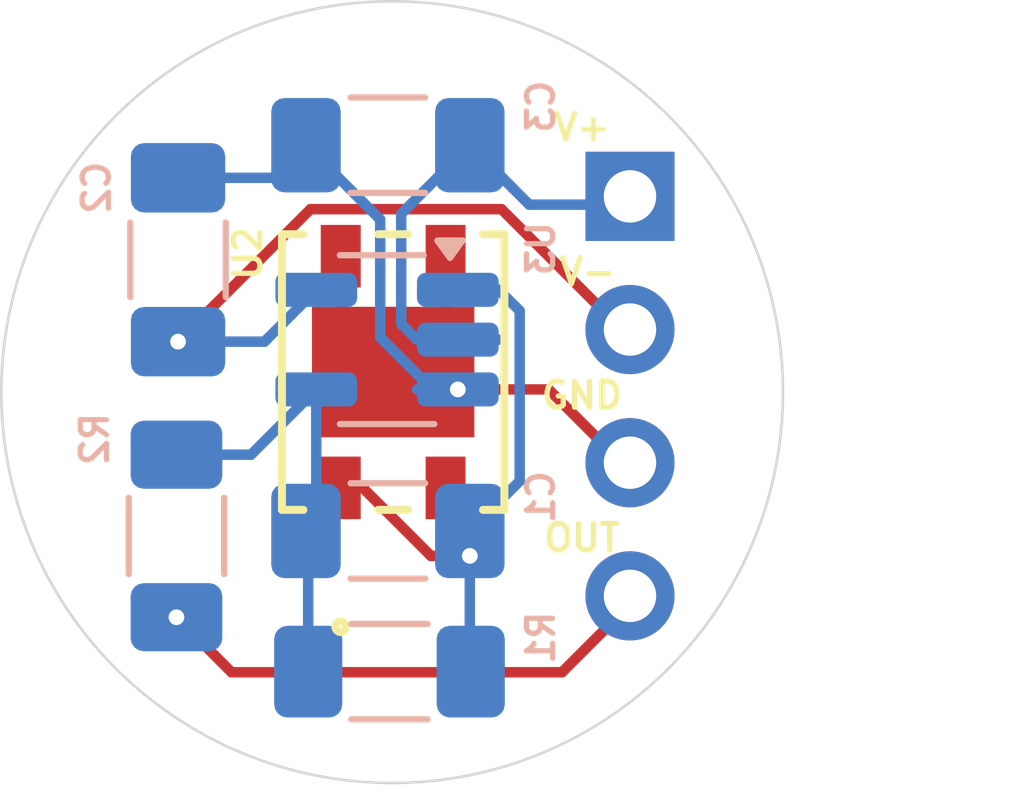
<source format=kicad_pcb>
(kicad_pcb (version 20240108) (generator "pcbnew") (generator_version "8.0")
  (layers (0 "F.Cu" signal) (31 "B.Cu" signal) (34 "B.Paste" user) (35 "F.Paste" user) (36 "B.SilkS" user "B.Silkscreen") (37 "F.SilkS" user "F.Silkscreen") (38 "B.Mask" user) (39 "F.Mask" user) (44 "Edge.Cuts" user))
  (net 0 "")
  (net 1 "Net-(U2-ANODE)")
  (net 2 "Net-(C1-Pad2)")
  (net 3 "gnd")
  (net 4 "Vneg")
  (net 5 "Vpos")
  (net 6 "output")
  (footprint "Library:SMD_VEMD5-5X4_VIS" (layer "F.Cu") (at 136.085072 78.293824 90)
    (property "Reference" "U2" (at 2.264898 -2.771633 90) (layer "F.SilkS") (effects (font (size 0.5 0.5) (thickness 0.1) (bold yes))))
    (property "Value" "VEMD5060X01")
    (fp_line (start 2.6289 -2.1209) (end -2.6289 -2.1209) (stroke (width 0.1524)) (layer "F.SilkS"))
    (fp_line (start -2.6289 -2.1209) (end -2.6289 -1.713741) (stroke (width 0.1524)) (layer "F.SilkS"))
    (fp_line (start 2.6289 -1.713741) (end 2.6289 -2.1209) (stroke (width 0.1524)) (layer "F.SilkS"))
    (fp_line (start -2.6289 -0.286261) (end -2.6289 0.286261) (stroke (width 0.1524)) (layer "F.SilkS"))
    (fp_line (start 2.6289 0.286261) (end 2.6289 -0.286261) (stroke (width 0.1524)) (layer "F.SilkS"))
    (fp_line (start -2.6289 1.713741) (end -2.6289 2.1209) (stroke (width 0.1524)) (layer "F.SilkS"))
    (fp_line (start 2.6289 2.1209) (end 2.6289 1.713741) (stroke (width 0.1524)) (layer "F.SilkS"))
    (fp_line (start -2.6289 2.1209) (end 2.6289 2.1209) (stroke (width 0.1524)) (layer "F.SilkS"))
    (fp_circle (center -4.8575 -1) (end -4.7559 -1) (stroke (width 0.1524)) (fill none) (layer "F.SilkS"))
    (pad "1" smd rect (at -2.2098 -1.000001 90) (size 1.1938 0.762) (layers "F.Cu" "F.Paste" "F.Mask") (net 1 "Net-(U2-ANODE)"))
    (pad "2" smd rect (at -2.2098 1.000001 90) (size 1.1938 0.762) (layers "F.Cu" "F.Paste" "F.Mask"))
    (pad "3" smd rect (at 2.2098 1.000001 90) (size 1.1938 0.762) (layers "F.Cu" "F.Paste" "F.Mask") (net 3 "gnd"))
    (pad "4" smd rect (at 2.2098 -1.000001 90) (size 1.1938 0.762) (layers "F.Cu" "F.Paste" "F.Mask") (net 3 "gnd"))
    (pad "5" smd rect (at 0 0 90) (size 2.4892 3.0988) (layers "F.Cu" "F.Paste" "F.Mask") (net 3 "gnd"))
  )
  (footprint "Connector_PinSocket_2.54mm:PinSocket_1x04_P2.54mm_Vertical" (layer "F.Cu") (at 140.602541 74.943215)
    (property "Reference" "V+" (at -0.915409 -1.318089 0) (layer "F.SilkS") (effects (font (size 0.5 0.5) (thickness 0.1) (bold yes))))
    (property "Value" "Conn_01x04_Socket")
    (pad "1" thru_hole rect (at 0 0) (size 1.7 1.7) (drill 1) (layers "*.Cu" "*.Mask") (net 5 "Vpos"))
    (pad "2" thru_hole oval (at 0 2.54) (size 1.7 1.7) (drill 1) (layers "*.Cu" "*.Mask") (net 4 "Vneg"))
    (pad "3" thru_hole oval (at 0 5.08) (size 1.7 1.7) (drill 1) (layers "*.Cu" "*.Mask") (net 3 "gnd"))
    (pad "4" thru_hole oval (at 0 7.62) (size 1.7 1.7) (drill 1) (layers "*.Cu" "*.Mask") (net 6 "output"))
  )
  (footprint "Resistor_SMD:R_1206_3216Metric_Pad1.30x1.75mm_HandSolder" (layer "B.Cu") (at 136.014655 84.008286 180)
    (property "Reference" "R1" (at -2.886279 0.647834 90) (layer "B.SilkS") (effects (font (size 0.5 0.5) (thickness 0.1) (bold yes)) (justify mirror)))
    (property "Value" "R_US")
    (fp_line (start 0.727064 0.91) (end -0.727064 0.91) (stroke (width 0.12)) (layer "B.SilkS"))
    (fp_line (start 0.727064 -0.91) (end -0.727064 -0.91) (stroke (width 0.12)) (layer "B.SilkS"))
    (pad "1" smd roundrect (at -1.55 0 180) (size 1.3 1.75) (layers "B.Cu" "B.Paste" "B.Mask") (roundrect_rratio 0.192308) (net 1 "Net-(U2-ANODE)"))
    (pad "2" smd roundrect (at 1.55 0 180) (size 1.3 1.75) (layers "B.Cu" "B.Paste" "B.Mask") (roundrect_rratio 0.192308) (net 2 "Net-(C1-Pad2)"))
  )
  (footprint "Capacitor_SMD:C_1206_3216Metric_Pad1.33x1.80mm_HandSolder" (layer "B.Cu") (at 135.984655 73.966846 180)
    (property "Reference" "C3" (at -2.916279 0.738116 -90) (layer "B.SilkS") (effects (font (size 0.5 0.5) (thickness 0.1) (bold yes)) (justify mirror)))
    (property "Value" "C")
    (fp_line (start 0.711252 0.91) (end -0.711252 0.91) (stroke (width 0.12)) (layer "B.SilkS"))
    (fp_line (start 0.711252 -0.91) (end -0.711252 -0.91) (stroke (width 0.12)) (layer "B.SilkS"))
    (pad "1" smd roundrect (at -1.5625 0 180) (size 1.325 1.8) (layers "B.Cu" "B.Paste" "B.Mask") (roundrect_rratio 0.188679) (net 5 "Vpos"))
    (pad "2" smd roundrect (at 1.5625 0 180) (size 1.325 1.8) (layers "B.Cu" "B.Paste" "B.Mask") (roundrect_rratio 0.188679) (net 3 "gnd"))
  )
  (footprint "Capacitor_SMD:C_1206_3216Metric_Pad1.33x1.80mm_HandSolder" (layer "B.Cu") (at 135.984655 81.324884 180)
    (property "Reference" "C1" (at -2.916279 0.647117 90) (layer "B.SilkS") (effects (font (size 0.5 0.5) (thickness 0.1) (bold yes)) (justify mirror)))
    (property "Value" "C")
    (fp_line (start 0.711252 0.91) (end -0.711252 0.91) (stroke (width 0.12)) (layer "B.SilkS"))
    (fp_line (start 0.711252 -0.91) (end -0.711252 -0.91) (stroke (width 0.12)) (layer "B.SilkS"))
    (pad "1" smd roundrect (at -1.5625 0 180) (size 1.325 1.8) (layers "B.Cu" "B.Paste" "B.Mask") (roundrect_rratio 0.188679) (net 1 "Net-(U2-ANODE)"))
    (pad "2" smd roundrect (at 1.5625 0 180) (size 1.325 1.8) (layers "B.Cu" "B.Paste" "B.Mask") (roundrect_rratio 0.188679) (net 2 "Net-(C1-Pad2)"))
  )
  (footprint "Package_TO_SOT_SMD:SOT-23-5_HandSoldering" (layer "B.Cu") (at 135.968712 77.675364 180)
    (property "Reference" "U3" (at -2.932222 1.735288 90) (layer "B.SilkS") (effects (font (size 0.5 0.5) (thickness 0.1) (bold yes)) (justify mirror)))
    (property "Value" "OPA376xxDCK")
    (fp_line (start 0.9 1.61) (end 0.1 1.61) (stroke (width 0.12)) (layer "B.SilkS"))
    (fp_line (start 0.9 -1.61) (end -0.9 -1.61) (stroke (width 0.12)) (layer "B.SilkS"))
    (fp_line (start -0.7 1.61) (end 0.1 1.61) (stroke (width 0.12)) (layer "B.SilkS"))
    (fp_poly (pts (xy -1.2 1.56) (xy -1.44 1.89) (xy -0.96 1.89) (xy -1.2 1.56)) (stroke (width 0.12)) (fill solid) (layer "B.SilkS"))
    (pad "1" smd roundrect (at -1.35 0.95 180) (size 1.56 0.65) (layers "B.Cu" "B.Paste" "B.Mask") (net 1 "Net-(U2-ANODE)"))
    (pad "2" smd roundrect (at -1.35 0 180) (size 1.56 0.65) (layers "B.Cu" "B.Paste" "B.Mask") (net 5 "Vpos"))
    (pad "3" smd roundrect (at -1.35 -0.95 180) (size 1.56 0.65) (layers "B.Cu" "B.Paste" "B.Mask") (net 3 "gnd"))
    (pad "4" smd roundrect (at 1.35 -0.95 180) (size 1.56 0.65) (layers "B.Cu" "B.Paste" "B.Mask") (net 2 "Net-(C1-Pad2)"))
    (pad "5" smd roundrect (at 1.35 0.95 180) (size 1.56 0.65) (layers "B.Cu" "B.Paste" "B.Mask") (net 4 "Vneg"))
  )
  (footprint "Resistor_SMD:R_1206_3216Metric_Pad1.30x1.75mm_HandSolder" (layer "B.Cu") (at 131.951476 81.420076 -90)
    (property "Reference" "R2" (at -1.848417 1.561386 90) (layer "B.SilkS") (effects (font (size 0.5 0.5) (thickness 0.1) (bold yes)) (justify mirror)))
    (property "Value" "R_US")
    (fp_line (start 0.727064 0.91) (end -0.727064 0.91) (stroke (width 0.12)) (layer "B.SilkS"))
    (fp_line (start 0.727064 -0.91) (end -0.727064 -0.91) (stroke (width 0.12)) (layer "B.SilkS"))
    (pad "1" smd roundrect (at -1.55 0 270) (size 1.3 1.75) (layers "B.Cu" "B.Paste" "B.Mask") (roundrect_rratio 0.192308) (net 2 "Net-(C1-Pad2)"))
    (pad "2" smd roundrect (at 1.55 0 270) (size 1.3 1.75) (layers "B.Cu" "B.Paste" "B.Mask") (roundrect_rratio 0.192308) (net 6 "output"))
  )
  (footprint "Capacitor_SMD:C_1206_3216Metric_Pad1.33x1.80mm_HandSolder" (layer "B.Cu") (at 131.981476 76.151438 90)
    (property "Reference" "C2" (at 1.373837 -1.55556 90) (layer "B.SilkS") (effects (font (size 0.5 0.5) (thickness 0.1) (bold yes)) (justify mirror)))
    (property "Value" "C")
    (fp_line (start 0.711252 -0.91) (end -0.711252 -0.91) (stroke (width 0.12)) (layer "B.SilkS"))
    (fp_line (start 0.711252 0.91) (end -0.711252 0.91) (stroke (width 0.12)) (layer "B.SilkS"))
    (pad "1" smd roundrect (at -1.5625 0 90) (size 1.325 1.8) (layers "B.Cu" "B.Paste" "B.Mask") (roundrect_rratio 0.188679) (net 4 "Vneg"))
    (pad "2" smd roundrect (at 1.5625 0 90) (size 1.325 1.8) (layers "B.Cu" "B.Paste" "B.Mask") (roundrect_rratio 0.188679) (net 3 "gnd"))
  )
  (gr_circle (center 136.065515 78.676953) (end 143.520284 78.625362) (stroke (width 0.05)) (fill none) (layer "Edge.Cuts"))
  (gr_text "V-" (at 139.794296 76.382626 0) (layer "F.SilkS") (effects (font (size 0.5 0.5) (thickness 0.1) (bold yes))))
  (gr_text "OUT" (at 139.691116 81.455653 0) (layer "F.SilkS") (effects (font (size 0.5 0.5) (thickness 0.1) (bold yes))))
  (gr_text "GND" (at 139.687132 78.738574 0) (layer "F.SilkS") (effects (font (size 0.5 0.5) (thickness 0.1) (bold yes))))
  (segment (start 136.803932 81.800383) (end 135.507173 80.503624) (width 0.2) (layer "F.Cu") (net 1))
  (segment (start 137.547155 81.800383) (end 136.803932 81.800383) (width 0.2) (layer "F.Cu") (net 1))
  (segment (start 135.507173 80.503624) (end 135.085071 80.503624) (width 0.2) (layer "F.Cu") (net 1))
  (via (at 137.547155 81.800383) (size 0.6) (drill 0.3) (layers "F.Cu" "B.Cu") (net 1))
  (segment (start 138.498711 77.125364) (end 138.498711 80.373328) (width 0.2) (layer "B.Cu") (net 1))
  (segment (start 137.318712 76.725364) (end 138.098711 76.725364) (width 0.2) (layer "B.Cu") (net 1))
  (segment (start 137.547155 83.409389) (end 137.547155 81.800383) (width 0.2) (layer "B.Cu") (net 1))
  (segment (start 138.098711 76.725364) (end 138.498711 77.125364) (width 0.2) (layer "B.Cu") (net 1))
  (segment (start 137.564655 84.008286) (end 137.564655 83.426889) (width 0.2) (layer "B.Cu") (net 1))
  (segment (start 137.547155 81.800383) (end 137.547155 81.324884) (width 0.2) (layer "B.Cu") (net 1))
  (segment (start 137.564655 83.426889) (end 137.547155 83.409389) (width 0.2) (layer "B.Cu") (net 1))
  (segment (start 138.498711 80.373328) (end 137.547155 81.324884) (width 0.2) (layer "B.Cu") (net 1))
  (segment (start 133.374 79.870076) (end 134.618712 78.625364) (width 0.2) (layer "B.Cu") (net 2))
  (segment (start 134.464655 81.367384) (end 134.422155 81.324884) (width 0.2) (layer "B.Cu") (net 2))
  (segment (start 131.951476 79.870076) (end 133.374 79.870076) (width 0.2) (layer "B.Cu") (net 2))
  (segment (start 134.422155 81.324884) (end 134.422155 80.860085) (width 0.2) (layer "B.Cu") (net 2))
  (segment (start 134.618712 80.663528) (end 134.618712 78.625364) (width 0.2) (layer "B.Cu") (net 2))
  (segment (start 134.464655 84.008286) (end 134.464655 81.367384) (width 0.2) (layer "B.Cu") (net 2))
  (segment (start 134.422155 80.860085) (end 134.618712 80.663528) (width 0.2) (layer "B.Cu") (net 2))
  (segment (start 137.085073 77.293823) (end 137.085073 76.084024) (width 0.2) (layer "F.Cu") (net 3))
  (segment (start 136.085072 78.293824) (end 135.085071 77.293823) (width 0.2) (layer "F.Cu") (net 3))
  (segment (start 136.085072 78.293824) (end 137.085073 77.293823) (width 0.2) (layer "F.Cu") (net 3))
  (segment (start 137.318712 78.625364) (end 139.049679 78.625364) (width 0.2) (layer "F.Cu") (net 3))
  (segment (start 139.049679 78.625364) (end 140.604826 80.180511) (width 0.2) (layer "F.Cu") (net 3))
  (segment (start 135.085071 77.293823) (end 135.085071 76.084024) (width 0.2) (layer "F.Cu") (net 3))
  (via (at 137.318712 78.625364) (size 0.6) (drill 0.3) (layers "F.Cu" "B.Cu") (net 3))
  (segment (start 136.830136 78.625364) (end 137.318712 78.625364) (width 0.2) (layer "B.Cu") (net 3))
  (segment (start 133.800063 74.588938) (end 134.422155 73.966846) (width 0.2) (layer "B.Cu") (net 3))
  (segment (start 140.442318 79.786243) (end 140.442318 79.464646) (width 0.2) (layer "B.Cu") (net 3))
  (segment (start 131.981476 74.588938) (end 133.800063 74.588938) (width 0.2) (layer "B.Cu") (net 3))
  (segment (start 137.318712 78.625364) (end 136.538713 78.625364) (width 0.2) (layer "B.Cu") (net 3))
  (segment (start 135.838712 75.383403) (end 135.838712 77.63394) (width 0.2) (layer "B.Cu") (net 3))
  (segment (start 135.838712 77.63394) (end 136.830136 78.625364) (width 0.2) (layer "B.Cu") (net 3))
  (segment (start 134.422155 73.966846) (end 135.838712 75.383403) (width 0.2) (layer "B.Cu") (net 3))
  (segment (start 140.604826 77.640511) (end 138.151439 75.187124) (width 0.2) (layer "F.Cu") (net 4))
  (segment (start 134.50829 75.187124) (end 131.981476 77.713938) (width 0.2) (layer "F.Cu") (net 4))
  (segment (start 138.151439 75.187124) (end 134.50829 75.187124) (width 0.2) (layer "F.Cu") (net 4))
  (via (at 131.981476 77.713938) (size 0.6) (drill 0.3) (layers "F.Cu" "B.Cu") (net 4))
  (segment (start 133.630138 77.713938) (end 134.618712 76.725364) (width 0.2) (layer "B.Cu") (net 4))
  (segment (start 131.981476 77.713938) (end 133.630138 77.713938) (width 0.2) (layer "B.Cu") (net 4))
  (segment (start 138.286552 74.706243) (end 137.547155 73.966846) (width 0.2) (layer "B.Cu") (net 5))
  (segment (start 136.238712 77.375363) (end 136.538713 77.675364) (width 0.2) (layer "B.Cu") (net 5))
  (segment (start 138.398712 74.818403) (end 137.547155 73.966846) (width 0.2) (layer "B.Cu") (net 5))
  (segment (start 136.538713 77.675364) (end 137.318712 77.675364) (width 0.2) (layer "B.Cu") (net 5))
  (segment (start 137.318712 77.675364) (end 138.098711 77.675364) (width 0.2) (layer "B.Cu") (net 5))
  (segment (start 138.377184 74.796875) (end 137.547155 73.966846) (width 0.2) (layer "B.Cu") (net 5))
  (segment (start 138.68082 75.100511) (end 138.398712 74.818403) (width 0.2) (layer "B.Cu") (net 5))
  (segment (start 136.238712 75.275289) (end 136.238712 77.375363) (width 0.2) (layer "B.Cu") (net 5))
  (segment (start 137.547155 73.966846) (end 136.238712 75.275289) (width 0.2) (layer "B.Cu") (net 5))
  (segment (start 140.604826 75.100511) (end 138.68082 75.100511) (width 0.2) (layer "B.Cu") (net 5))
  (segment (start 131.951476 82.970076) (end 133.002055 84.020655) (width 0.2) (layer "F.Cu") (net 6))
  (segment (start 139.304682 84.020655) (end 140.604826 82.720511) (width 0.2) (layer "F.Cu") (net 6))
  (segment (start 133.002055 84.020655) (end 139.304682 84.020655) (width 0.2) (layer "F.Cu") (net 6))
  (via (at 131.951476 82.970076) (size 0.6) (drill 0.3) (layers "F.Cu" "B.Cu") (net 6))
)
</source>
